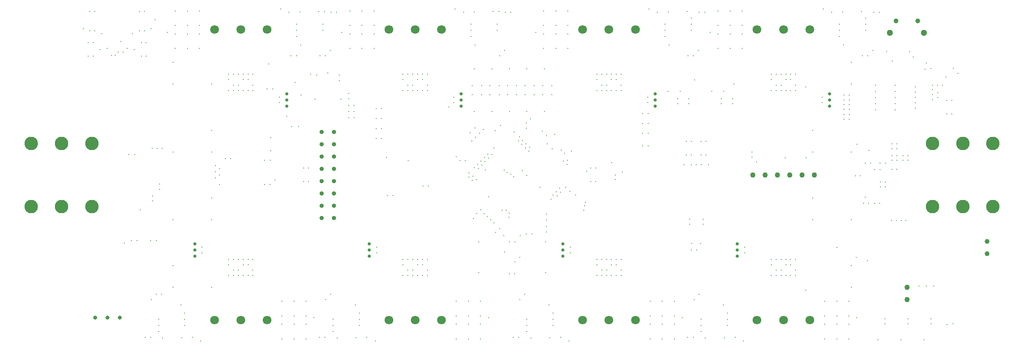
<source format=gbr>
%TF.GenerationSoftware,Altium Limited,Altium Designer,25.8.1 (18)*%
G04 Layer_Color=0*
%FSLAX45Y45*%
%MOMM*%
%TF.SameCoordinates,304ADD41-B96C-4BE1-A440-764D1465AFBB*%
%TF.FilePolarity,Positive*%
%TF.FileFunction,Plated,1,6,PTH,Drill*%
%TF.Part,Single*%
G01*
G75*
%TA.AperFunction,ComponentDrill*%
%ADD180C,0.65000*%
%ADD181C,0.80000*%
%ADD182C,1.10000*%
%ADD183C,1.10000*%
%ADD184C,1.00000*%
%ADD185C,1.30000*%
%ADD186C,0.99000*%
%ADD187C,0.90000*%
%ADD188C,2.80000*%
%ADD189C,1.80000*%
%TA.AperFunction,ViaDrill,NotFilled*%
%ADD190C,0.30000*%
D180*
X-6550000Y-1423000D02*
D03*
X-2950000D02*
D03*
X-4650000Y1423000D02*
D03*
X-1050000D02*
D03*
X4650000Y-1423000D02*
D03*
X2950000Y1423000D02*
D03*
X6550000D02*
D03*
X1050000Y-1423000D02*
D03*
X-6550000Y-1677000D02*
D03*
X-2950000D02*
D03*
X-4650000Y1676999D02*
D03*
X-1050000D02*
D03*
X4650000Y-1677000D02*
D03*
X2950000Y1676999D02*
D03*
X6550000D02*
D03*
X1050000Y-1677000D02*
D03*
Y-1550000D02*
D03*
X2950000Y1550000D02*
D03*
X6550000D02*
D03*
X-4650000D02*
D03*
X-1050000D02*
D03*
X-6550000Y-1550000D02*
D03*
X-2950000D02*
D03*
X4650000D02*
D03*
D181*
X-8096000Y-2950000D02*
D03*
X-8604000D02*
D03*
X-8350000D02*
D03*
D182*
X4965000Y0D02*
D03*
X6235000D02*
D03*
X5981000D02*
D03*
X5727000D02*
D03*
X5473000D02*
D03*
X5219000D02*
D03*
D183*
X8150000Y-2323000D02*
D03*
X8150000Y-2577000D02*
D03*
D184*
X9800000Y-1625000D02*
D03*
Y-1375000D02*
D03*
D185*
X7799500Y2933999D02*
D03*
X8500500D02*
D03*
D186*
X8375000Y3182999D02*
D03*
X7925000D02*
D03*
D187*
X-3927000Y127000D02*
D03*
Y889000D02*
D03*
Y-381000D02*
D03*
X-3927000Y-635000D02*
D03*
Y635000D02*
D03*
X-3927000Y-889000D02*
D03*
Y381000D02*
D03*
Y-127000D02*
D03*
X-3673000Y127000D02*
D03*
Y-889000D02*
D03*
X-3673000Y-635000D02*
D03*
X-3673000Y-381000D02*
D03*
Y-127000D02*
D03*
Y381000D02*
D03*
X-3673000Y635000D02*
D03*
X-3673000Y889000D02*
D03*
D188*
X-9925000Y-650000D02*
D03*
X-9300000D02*
D03*
X-8675000D02*
D03*
Y650000D02*
D03*
X-9300000D02*
D03*
X-9925000D02*
D03*
X8675000Y-650000D02*
D03*
X9300000D02*
D03*
X9925000D02*
D03*
Y650000D02*
D03*
X9300000D02*
D03*
X8675000D02*
D03*
D189*
X6144000Y-3000000D02*
D03*
X5600000D02*
D03*
X5056000D02*
D03*
Y3000000D02*
D03*
X5600000D02*
D03*
X6144000D02*
D03*
X2544000Y-3000000D02*
D03*
X2000000D02*
D03*
X1456000D02*
D03*
Y3000000D02*
D03*
X2000000D02*
D03*
X2544000D02*
D03*
X-1456000Y-3000000D02*
D03*
X-2000000D02*
D03*
X-2544000D02*
D03*
Y3000000D02*
D03*
X-2000000D02*
D03*
X-1456000D02*
D03*
X-5056000Y-3000000D02*
D03*
X-5600000D02*
D03*
X-6144000D02*
D03*
Y3000000D02*
D03*
X-5600000D02*
D03*
X-5056000D02*
D03*
D190*
X-6120000Y195000D02*
D03*
X-735355Y-98961D02*
D03*
X-550000Y100000D02*
D03*
X205027Y629290D02*
D03*
X800000Y-500000D02*
D03*
X-800000Y-900000D02*
D03*
X-845000Y2859500D02*
D03*
X6755000D02*
D03*
X4550002Y1470000D02*
D03*
Y1570000D02*
D03*
X3155000Y2859500D02*
D03*
X4445000Y-2859500D02*
D03*
X845000D02*
D03*
X-4447500Y2465000D02*
D03*
X-4445000Y2859500D02*
D03*
X-7792500Y425000D02*
D03*
X-3155000Y-2859500D02*
D03*
X-6755000D02*
D03*
X-7342500Y-1352500D02*
D03*
X-7742500D02*
D03*
X-3872501Y3375000D02*
D03*
X-4350000Y1645000D02*
D03*
X-4480000Y1909500D02*
D03*
X-4937500Y1775000D02*
D03*
X-5052499D02*
D03*
X-4562500Y2465000D02*
D03*
X-5020000Y2290500D02*
D03*
X-4750002Y-2612500D02*
D03*
X-7370000Y3210000D02*
D03*
X-4500000Y-2612499D02*
D03*
X210000Y90000D02*
D03*
X300000Y-10000D02*
D03*
X-8184984Y2469733D02*
D03*
X-8265017D02*
D03*
X6060000Y1820000D02*
D03*
X7100000Y-1700000D02*
D03*
X7327836Y-1771022D02*
D03*
X7118619Y630719D02*
D03*
X7363577Y502252D02*
D03*
X-7650000Y2735000D02*
D03*
X-8650000D02*
D03*
X-8750000D02*
D03*
X-7550000D02*
D03*
X-8850000Y3020000D02*
D03*
X-7450000D02*
D03*
X-4087501Y-2944999D02*
D03*
X-487501D02*
D03*
X3512498D02*
D03*
X7112499Y-2944998D02*
D03*
X4087499Y2944998D02*
D03*
X487499D02*
D03*
X-7112501D02*
D03*
X-3512501Y2944999D02*
D03*
X-8000001Y-1410000D02*
D03*
X-25797Y13005D02*
D03*
X29482Y-39022D02*
D03*
X-103708Y50941D02*
D03*
X-160061Y102322D02*
D03*
X55000Y-1380000D02*
D03*
X-55000D02*
D03*
X-6400000Y-1492500D02*
D03*
X-2800000D02*
D03*
X-1842500Y-227500D02*
D03*
X-1073034Y295218D02*
D03*
X-259863Y-1108389D02*
D03*
X-157500Y-1590000D02*
D03*
X-648771Y-719481D02*
D03*
X-5922500Y335000D02*
D03*
X-4800000Y1492500D02*
D03*
X-3265000Y1182500D02*
D03*
X-1200000Y1492500D02*
D03*
X-4160000Y2081499D02*
D03*
X-3375000Y1684500D02*
D03*
X-819000Y1660000D02*
D03*
X-95000D02*
D03*
X-457000D02*
D03*
X-629001Y1840000D02*
D03*
X-267000D02*
D03*
X95000D02*
D03*
X1200000Y-1492500D02*
D03*
X707500Y-932500D02*
D03*
X1108389Y-259863D02*
D03*
X1725000Y-140000D02*
D03*
X1625000D02*
D03*
X7550000Y-3405000D02*
D03*
X8025000Y-3405001D02*
D03*
X8500000Y-3405000D02*
D03*
X4800000Y-1492500D02*
D03*
X1083641Y443710D02*
D03*
X295218Y1073034D02*
D03*
X2800000Y1492500D02*
D03*
X267000Y1660000D02*
D03*
X457000Y1840000D02*
D03*
X629000Y1660000D02*
D03*
X819000Y1840000D02*
D03*
X5045000Y270000D02*
D03*
X7394999Y240000D02*
D03*
X6400000Y1492500D02*
D03*
X6845000Y1350000D02*
D03*
X7730000Y2555000D02*
D03*
X707500Y-807500D02*
D03*
X707500Y-1057500D02*
D03*
X-863378Y869034D02*
D03*
X707500Y-1182500D02*
D03*
X2807500Y602500D02*
D03*
X2692500D02*
D03*
X-713067Y218094D02*
D03*
X-779000Y2192500D02*
D03*
X-55000D02*
D03*
X1540000Y70000D02*
D03*
X6997500Y2325000D02*
D03*
X8550000Y2310000D02*
D03*
X6202500Y925000D02*
D03*
Y-475000D02*
D03*
X6997500Y-1875000D02*
D03*
X1510000Y-560000D02*
D03*
X1480000Y-730000D02*
D03*
X1500000Y-640000D02*
D03*
X926343Y-431369D02*
D03*
X842565Y-418302D02*
D03*
X2275000Y57500D02*
D03*
X1310000Y-420000D02*
D03*
X147383Y783778D02*
D03*
X2692500Y857500D02*
D03*
Y1062500D02*
D03*
X2692500Y1267501D02*
D03*
X2807500Y857500D02*
D03*
Y1062500D02*
D03*
X2807500Y1267501D02*
D03*
X-558579Y275737D02*
D03*
X-642357Y288804D02*
D03*
X-629290Y205027D02*
D03*
X-700000Y134316D02*
D03*
X-783778Y147383D02*
D03*
X1130710Y219289D02*
D03*
X1143777Y303067D02*
D03*
X-2807500Y1367501D02*
D03*
X-2807500Y1162500D02*
D03*
Y957500D02*
D03*
X-2807500Y752500D02*
D03*
X-201424Y-733156D02*
D03*
X-7575000Y-3355000D02*
D03*
X-7212499Y-3375000D02*
D03*
X-7462500Y-3357500D02*
D03*
X-7445000Y-2575000D02*
D03*
X-7342499Y-2462500D02*
D03*
X-6837500Y-2685000D02*
D03*
X-6997500Y-2325000D02*
D03*
X-6425000Y-3430000D02*
D03*
X-6595000Y-3357500D02*
D03*
X-3975000Y-3355000D02*
D03*
X-3612500Y-3375000D02*
D03*
X-3862500Y-3357500D02*
D03*
X-3845000Y-2575000D02*
D03*
X-6202500Y-2325000D02*
D03*
X-3237500Y-2685000D02*
D03*
X-3742500Y-2462500D02*
D03*
X-7417999Y-532500D02*
D03*
X-7415500Y-430000D02*
D03*
X-6997500Y-925000D02*
D03*
X-7275000Y-187500D02*
D03*
X-7907499Y425000D02*
D03*
X-7427500Y550000D02*
D03*
X-7325000Y552500D02*
D03*
X-6997500Y475000D02*
D03*
X-7222499Y550000D02*
D03*
X-6400000Y-1607500D02*
D03*
X-6202500Y-925000D02*
D03*
X-6040000Y-195000D02*
D03*
X-4995000Y-200000D02*
D03*
X-5807500Y335000D02*
D03*
X-4992500Y300000D02*
D03*
X-6202500Y475000D02*
D03*
X-4300000Y140000D02*
D03*
X-4200000D02*
D03*
X-2995000Y-3357500D02*
D03*
X-2825000Y-3430000D02*
D03*
X-690000Y-2020000D02*
D03*
X-2800000Y-1607500D02*
D03*
X-690000Y-1380000D02*
D03*
X-341180Y-1189707D02*
D03*
X25000Y-3355000D02*
D03*
X137500Y-3357500D02*
D03*
X387501Y-3375000D02*
D03*
X155000Y-2575000D02*
D03*
X-170000Y-1255000D02*
D03*
X257501Y-2462500D02*
D03*
X170000Y-1255000D02*
D03*
X-2572500Y-425000D02*
D03*
X-1727500Y-227500D02*
D03*
X-2590000Y365000D02*
D03*
X-1154351Y376535D02*
D03*
X-730088Y-800798D02*
D03*
X-61405Y-873174D02*
D03*
X-484266Y-450313D02*
D03*
X-965300Y292148D02*
D03*
X-829083Y701803D02*
D03*
X-378200Y556379D02*
D03*
X-8750000Y2455000D02*
D03*
X-8650000D02*
D03*
X-7650000D02*
D03*
X-7550000D02*
D03*
X-8130000Y2540000D02*
D03*
X-8030000D02*
D03*
X-8360000Y2610000D02*
D03*
X-7940000D02*
D03*
X-4550000Y995000D02*
D03*
X-4405000Y1000000D02*
D03*
X-4070000Y1563500D02*
D03*
X-6202500Y1875000D02*
D03*
X-4800000Y1607500D02*
D03*
X-6997500Y1875000D02*
D03*
X-4030000Y2060000D02*
D03*
X-8080000Y2760000D02*
D03*
X-8711000Y3373400D02*
D03*
Y2980400D02*
D03*
X-8611000Y3373400D02*
D03*
X-8470000Y2922900D02*
D03*
X-8611000Y2980400D02*
D03*
X-7830000Y2922900D02*
D03*
X-7589000Y2980400D02*
D03*
X-4362500Y2685000D02*
D03*
X-7689000Y2980400D02*
D03*
X-7589000Y3373400D02*
D03*
X-7689000D02*
D03*
X-4775000Y3430000D02*
D03*
X-4605000Y3357500D02*
D03*
X-3987500Y3375000D02*
D03*
X-3265000Y1309500D02*
D03*
X-3265000Y1436500D02*
D03*
X-751301Y779585D02*
D03*
X-3530000Y1563500D02*
D03*
X-3375000Y1569500D02*
D03*
X-1200000Y1607500D02*
D03*
X-673519Y857367D02*
D03*
X-595738Y935149D02*
D03*
X624022Y906864D02*
D03*
X292148Y965300D02*
D03*
X-267000Y1660000D02*
D03*
X95000D02*
D03*
X-629000D02*
D03*
X376535Y1154351D02*
D03*
X457000Y1660000D02*
D03*
X-3857501Y2462500D02*
D03*
X-3800000Y2107500D02*
D03*
X-819000Y1840000D02*
D03*
X-3570000Y2060000D02*
D03*
X-3755000Y2575000D02*
D03*
X-3625000Y3355000D02*
D03*
X-3737500Y3357500D02*
D03*
X-1005000Y3357500D02*
D03*
X-1175000Y3430000D02*
D03*
X-457000Y1840000D02*
D03*
X-257501Y2462500D02*
D03*
X-95000Y1840000D02*
D03*
X267000D02*
D03*
X-762500Y2685000D02*
D03*
X-387500Y3375000D02*
D03*
X-155000Y2575000D02*
D03*
X-25000Y3355000D02*
D03*
X-137500Y3357500D02*
D03*
X1175000Y-3430000D02*
D03*
X1005000Y-3357500D02*
D03*
X2850000Y-3387499D02*
D03*
X3737500Y-3357500D02*
D03*
X762500Y-2685000D02*
D03*
X690000Y-2020000D02*
D03*
X2849998Y-2612500D02*
D03*
X3755000Y-2575000D02*
D03*
X1200000Y-1607500D02*
D03*
X3987500Y-3375000D02*
D03*
X4362500Y-2685000D02*
D03*
X4775000Y-3430000D02*
D03*
X4605000Y-3357500D02*
D03*
X3857501Y-2462500D02*
D03*
X6060000Y-2380000D02*
D03*
X4800000Y-1607500D02*
D03*
X690000Y-1380000D02*
D03*
X297501Y-1225000D02*
D03*
X1189707Y-341180D02*
D03*
X1625000Y140000D02*
D03*
X1725000D02*
D03*
X2057500Y250000D02*
D03*
X3695000Y-1550000D02*
D03*
X3705000Y-1420001D02*
D03*
X3660000Y-1015000D02*
D03*
Y-915000D02*
D03*
X3895000Y-1420001D02*
D03*
X2130000Y0D02*
D03*
X3800000Y207000D02*
D03*
X3700000D02*
D03*
X3900000D02*
D03*
X5637000Y355000D02*
D03*
X7695000Y-3075000D02*
D03*
X8170000D02*
D03*
X6705000Y-1500000D02*
D03*
X6202500Y-925000D02*
D03*
X6997500Y-2325000D02*
D03*
Y-925000D02*
D03*
X7255000Y-590000D02*
D03*
X8645000Y-3075000D02*
D03*
X8550000Y-2295000D02*
D03*
X8700000D02*
D03*
X7285000Y-462500D02*
D03*
X7355000Y-590000D02*
D03*
X7485000Y-590000D02*
D03*
X7585000D02*
D03*
X7185000Y-20000D02*
D03*
X7592500Y240000D02*
D03*
X7600000Y-250000D02*
D03*
X7700000Y-150000D02*
D03*
Y-250000D02*
D03*
X7600000Y-150000D02*
D03*
X7592500Y110000D02*
D03*
X7940000Y300000D02*
D03*
X7840000D02*
D03*
X8070000D02*
D03*
X8170000D02*
D03*
X728320Y639931D02*
D03*
X825547Y542704D02*
D03*
X1012931Y517956D02*
D03*
X1228599Y493208D02*
D03*
X707107Y809637D02*
D03*
X882117Y839689D02*
D03*
X819000Y1660000D02*
D03*
X2800000Y1607500D02*
D03*
X6070999Y355000D02*
D03*
X6997500Y475000D02*
D03*
X6202500D02*
D03*
X3600000Y690000D02*
D03*
X3700000D02*
D03*
X3900000Y690000D02*
D03*
X4000000D02*
D03*
X4117436Y1724979D02*
D03*
X6400000Y1607500D02*
D03*
X3217436Y1724979D02*
D03*
X3467436Y1724980D02*
D03*
X629000Y1840000D02*
D03*
X3742500Y2462500D02*
D03*
X2995000Y3357500D02*
D03*
X3237500Y2685000D02*
D03*
X2825000Y3430000D02*
D03*
X3612500Y3375000D02*
D03*
X4367437Y1724979D02*
D03*
X3845000Y2575000D02*
D03*
X4579937Y1874979D02*
D03*
X6997500Y1875000D02*
D03*
X3862500Y3357500D02*
D03*
X3975000Y3355000D02*
D03*
X6425000Y3430000D02*
D03*
X6837500Y2685000D02*
D03*
X6595000Y3357500D02*
D03*
X7840000Y400000D02*
D03*
X7940000D02*
D03*
X7498000Y1346000D02*
D03*
X8070000Y400000D02*
D03*
X8170000D02*
D03*
X7498000Y1600000D02*
D03*
Y1727000D02*
D03*
X8325000Y1490000D02*
D03*
Y1380000D02*
D03*
X8677500Y1555000D02*
D03*
X9075000Y1540000D02*
D03*
X8975000D02*
D03*
X8325000Y1820000D02*
D03*
Y1710000D02*
D03*
Y1600000D02*
D03*
X8790000D02*
D03*
X8677500Y1755000D02*
D03*
Y1655000D02*
D03*
X8790000Y1700000D02*
D03*
X7498000Y1854000D02*
D03*
X7342499Y2462500D02*
D03*
X8280000Y2435000D02*
D03*
X7445000Y2575000D02*
D03*
X7212500Y3375000D02*
D03*
X7575000Y3355000D02*
D03*
X7462500Y3357500D02*
D03*
X8777500Y1855000D02*
D03*
X8877499D02*
D03*
X8677500D02*
D03*
X9200000Y2100000D02*
D03*
X8525000Y2180000D02*
D03*
X8645000Y2200000D02*
D03*
X9105000D02*
D03*
X3769937Y1964979D02*
D03*
X50000Y-2045000D02*
D03*
X-510885Y-860903D02*
D03*
X-6202500Y-475000D02*
D03*
X-6997500Y2325000D02*
D03*
X-578061Y-793728D02*
D03*
X-6202500Y925000D02*
D03*
X-6997500Y-1875000D02*
D03*
X-1305000Y1400000D02*
D03*
X-2692500Y752500D02*
D03*
X-2692500Y957500D02*
D03*
Y1162500D02*
D03*
X-2692500Y1367501D02*
D03*
X-571646Y359515D02*
D03*
X-487868Y346448D02*
D03*
X-500936Y430225D02*
D03*
X-417158Y417158D02*
D03*
X-376535Y-995253D02*
D03*
X-779000Y1307500D02*
D03*
X1060000Y290000D02*
D03*
X669000Y1307500D02*
D03*
X-55000Y1307500D02*
D03*
X577712Y-253449D02*
D03*
X983986Y-276881D02*
D03*
X913276Y-347591D02*
D03*
X997053Y-360658D02*
D03*
X-762968Y969443D02*
D03*
X-3375000Y1182500D02*
D03*
X-3374999Y1309500D02*
D03*
X-3374999Y1436500D02*
D03*
X-3570000Y1945000D02*
D03*
X-806066Y-28250D02*
D03*
X-889844Y41317D02*
D03*
Y-41317D02*
D03*
X-819133Y-112028D02*
D03*
X55000Y-1800000D02*
D03*
X155000Y-1700000D02*
D03*
X-50000Y-2045000D02*
D03*
X4320002Y1470000D02*
D03*
Y1570000D02*
D03*
X3650000D02*
D03*
Y1470000D02*
D03*
X3420000D02*
D03*
Y1570000D02*
D03*
X-4650000Y1205000D02*
D03*
X-4895000Y-100000D02*
D03*
X-4980000Y500000D02*
D03*
X7840000Y640000D02*
D03*
X7940000D02*
D03*
X7840000Y540000D02*
D03*
X7940000D02*
D03*
X-5107500Y300000D02*
D03*
X8200000Y2545000D02*
D03*
X8955000Y2017500D02*
D03*
X7232499Y2462500D02*
D03*
X3632499D02*
D03*
X-3967501D02*
D03*
X-7232499Y-2462500D02*
D03*
X5450000Y-1970000D02*
D03*
X5550000Y-1970000D02*
D03*
X5850000Y-1970000D02*
D03*
X5350000Y-1855000D02*
D03*
X5650000Y-1855000D02*
D03*
X5750000D02*
D03*
X5750000Y-1744999D02*
D03*
X5650000Y-2080000D02*
D03*
X5450000Y-1745000D02*
D03*
X5350000Y-1745000D02*
D03*
X5850000D02*
D03*
X5650000D02*
D03*
X5550000D02*
D03*
X5350000Y-2080000D02*
D03*
X5450000Y-2080000D02*
D03*
X5550000Y-2079999D02*
D03*
X5750000Y-2080000D02*
D03*
X5850000D02*
D03*
X1850000Y-1970000D02*
D03*
X1950000Y-1970000D02*
D03*
X2250000Y-1970000D02*
D03*
X1750000Y-1855000D02*
D03*
X2050000Y-1855000D02*
D03*
X2150000D02*
D03*
X2150000Y-1744999D02*
D03*
X2050000Y-2080000D02*
D03*
X1850000Y-1745000D02*
D03*
X1750000Y-1745000D02*
D03*
X2250000D02*
D03*
X2050000D02*
D03*
X1950000D02*
D03*
X1750000Y-2080000D02*
D03*
X1850000Y-2080000D02*
D03*
X1950000Y-2079999D02*
D03*
X2150000Y-2080000D02*
D03*
X2250000D02*
D03*
X-2150000Y-1970000D02*
D03*
X-2050000Y-1970000D02*
D03*
X-1750000Y-1970000D02*
D03*
X-2250000Y-1855000D02*
D03*
X-1950000Y-1855000D02*
D03*
X-1850000D02*
D03*
X-1850000Y-1744999D02*
D03*
X-1950000Y-2080000D02*
D03*
X-2150000Y-1745000D02*
D03*
X-2250000Y-1745000D02*
D03*
X-1750000D02*
D03*
X-1950000D02*
D03*
X-2050000D02*
D03*
X-2250000Y-2080000D02*
D03*
X-2150000Y-2080000D02*
D03*
X-2050000Y-2079999D02*
D03*
X-1850000Y-2080000D02*
D03*
X-1750000D02*
D03*
X-5750000Y-1970000D02*
D03*
X-5650000Y-1970000D02*
D03*
X-5350000Y-1970000D02*
D03*
X-5850000Y-1855000D02*
D03*
X-5550000Y-1855000D02*
D03*
X-5450000D02*
D03*
X-5450000Y-1744999D02*
D03*
X-5550000Y-2080000D02*
D03*
X-5850000Y-1745000D02*
D03*
X-5350000D02*
D03*
X-5550000D02*
D03*
X-5650000D02*
D03*
X-5850000Y-2080000D02*
D03*
X-5750000Y-2080000D02*
D03*
X-5650000Y-2079999D02*
D03*
X-5450000Y-2080000D02*
D03*
X-5350000D02*
D03*
X-5750000Y-1745000D02*
D03*
X7850000Y2350000D02*
D03*
X-6820000Y-3367500D02*
D03*
X-3220000D02*
D03*
X780000D02*
D03*
X4380000D02*
D03*
X6820000Y3367500D02*
D03*
X3220000D02*
D03*
X412500Y-1225000D02*
D03*
X-443710Y-928078D02*
D03*
X-4980000Y770000D02*
D03*
X-347591Y913275D02*
D03*
X41317Y889844D02*
D03*
X-417000Y2192500D02*
D03*
X307000Y2192500D02*
D03*
X307000Y1307500D02*
D03*
X-417000D02*
D03*
X669000Y2192500D02*
D03*
X-241525Y1019341D02*
D03*
X359515Y571646D02*
D03*
X346448Y487868D02*
D03*
X275737Y558579D02*
D03*
X288804Y642357D02*
D03*
X218094Y713067D02*
D03*
X134316Y700000D02*
D03*
X7707499Y240000D02*
D03*
X7478076Y110000D02*
D03*
X8975000Y-3095000D02*
D03*
X9100000Y-3075000D02*
D03*
X7284999Y240000D02*
D03*
X8400000Y-2295000D02*
D03*
X7695000Y-2975000D02*
D03*
X8170000D02*
D03*
X8645000D02*
D03*
X4955000Y370000D02*
D03*
Y470000D02*
D03*
X4000000Y410000D02*
D03*
X3900000D02*
D03*
X3700000D02*
D03*
X3600000D02*
D03*
X4054000Y207000D02*
D03*
X3546000D02*
D03*
X3805000Y-1550000D02*
D03*
X3940000Y-915000D02*
D03*
Y-1015000D02*
D03*
X-7672000Y-722499D02*
D03*
X-7275000Y-302499D02*
D03*
X-7857500Y-1352500D02*
D03*
X-7457500D02*
D03*
X-5105000Y-200000D02*
D03*
X-2147500Y292500D02*
D03*
X7830200Y-940000D02*
D03*
X8130200D02*
D03*
X8030200D02*
D03*
X7930200D02*
D03*
X-8500000Y2586000D02*
D03*
X-7800000D02*
D03*
X7940000Y120000D02*
D03*
X7840000D02*
D03*
X-780000Y3367500D02*
D03*
X-4380000D02*
D03*
X-2457500Y-425000D02*
D03*
X-119318Y-730682D02*
D03*
X-58931Y-791069D02*
D03*
X-6040000Y0D02*
D03*
X-6120000Y-65000D02*
D03*
Y65000D02*
D03*
X-6040000Y130000D02*
D03*
X-4249999Y-2612499D02*
D03*
X-4750000Y-3387499D02*
D03*
X-4500000Y-3387498D02*
D03*
X-4250000D02*
D03*
X-649999Y-2612499D02*
D03*
X-900000D02*
D03*
X-1150002Y-2612500D02*
D03*
X-1149999Y-3387499D02*
D03*
X-899999Y-3387498D02*
D03*
X-650000D02*
D03*
X3350001Y-2612499D02*
D03*
X3100000D02*
D03*
X3100000Y-3387498D02*
D03*
X3350000D02*
D03*
X6950001Y-2612499D02*
D03*
X6700000D02*
D03*
X6449998Y-2612500D02*
D03*
X6450000Y-3387499D02*
D03*
X6700000Y-3387498D02*
D03*
X6950000D02*
D03*
X4249999Y2612499D02*
D03*
X4500000Y2612499D02*
D03*
X4750002Y2612500D02*
D03*
X4749999Y3387499D02*
D03*
X4499999Y3387498D02*
D03*
X4250000D02*
D03*
X649999Y2612499D02*
D03*
X900000Y2612499D02*
D03*
X1150002Y2612500D02*
D03*
X1150000Y3387499D02*
D03*
X900000Y3387498D02*
D03*
X650000D02*
D03*
X-3350001Y2612499D02*
D03*
X-3100000Y2612499D02*
D03*
X-2849998Y2612500D02*
D03*
X-2850001Y3387499D02*
D03*
X-3100001Y3387498D02*
D03*
X-3350000D02*
D03*
X-4250001Y-3087500D02*
D03*
X-4750000Y-3087499D02*
D03*
X-4500001Y-3087500D02*
D03*
X-4500000Y-2912499D02*
D03*
X-4750001Y-2912500D02*
D03*
X-4250000Y-2912499D02*
D03*
X-650001Y-3087500D02*
D03*
X-1150000Y-3087499D02*
D03*
X-900001Y-3087500D02*
D03*
X-900000Y-2912499D02*
D03*
X-1150001Y-2912500D02*
D03*
X-650000Y-2912499D02*
D03*
X3349999Y-3087500D02*
D03*
X2850000Y-3087499D02*
D03*
X3099999Y-3087500D02*
D03*
X3100000Y-2912499D02*
D03*
X2849999Y-2912500D02*
D03*
X3350000Y-2912499D02*
D03*
X6949999Y-3087500D02*
D03*
X6450000Y-3087499D02*
D03*
X6699999Y-3087500D02*
D03*
X6700000Y-2912499D02*
D03*
X6449999Y-2912500D02*
D03*
X6950000Y-2912499D02*
D03*
X4250001Y3087500D02*
D03*
X4750000Y3087499D02*
D03*
X4500001Y3087500D02*
D03*
X4500000Y2912499D02*
D03*
X4750001Y2912500D02*
D03*
X4250000Y2912499D02*
D03*
X650001Y3087500D02*
D03*
X1150000Y3087499D02*
D03*
X900001Y3087500D02*
D03*
X900000Y2912499D02*
D03*
X1150001Y2912500D02*
D03*
X650000Y2912499D02*
D03*
X-3349999Y3087500D02*
D03*
X-2850000Y3087499D02*
D03*
X-3099999Y3087500D02*
D03*
X-3100000Y2912499D02*
D03*
X-2849999Y2912500D02*
D03*
X-3350000Y2912499D02*
D03*
X-6755000Y-2986500D02*
D03*
X-7295000D02*
D03*
Y-3113500D02*
D03*
X-6755000D02*
D03*
X-7295000Y-3240500D02*
D03*
X-3155000Y-2986500D02*
D03*
X-3695000D02*
D03*
Y-3113500D02*
D03*
X-3155000D02*
D03*
X-3695000Y-3240500D02*
D03*
X845000Y-2986500D02*
D03*
X305000D02*
D03*
Y-3113500D02*
D03*
X845000D02*
D03*
X305000Y-3240500D02*
D03*
X4445000Y-2986500D02*
D03*
X3905000D02*
D03*
Y-3113500D02*
D03*
X4445000D02*
D03*
X3905000Y-3240500D02*
D03*
X3625000Y-3355000D02*
D03*
X5350000Y2080000D02*
D03*
X5450000D02*
D03*
X5650000Y2079999D02*
D03*
X5750000Y2080000D02*
D03*
X5850000Y2080000D02*
D03*
X5650000Y1745000D02*
D03*
X5550000D02*
D03*
X5350000D02*
D03*
X5850000D02*
D03*
X5750000Y1745000D02*
D03*
X5550000Y2080000D02*
D03*
X5450000Y1745000D02*
D03*
X6755000Y2986500D02*
D03*
X5450000Y1855000D02*
D03*
X5550000D02*
D03*
X5850000Y1855000D02*
D03*
X7295000Y2986500D02*
D03*
X5350000Y1970000D02*
D03*
X5650000Y1970000D02*
D03*
X5750000Y1970000D02*
D03*
X7295000Y3113500D02*
D03*
X6755000D02*
D03*
X7295000Y3240500D02*
D03*
X1750000Y2080000D02*
D03*
X1850000D02*
D03*
X2050000Y2079999D02*
D03*
X2150000Y2080000D02*
D03*
X2250000Y2080000D02*
D03*
X2050000Y1745000D02*
D03*
X1950000D02*
D03*
X1750000D02*
D03*
X2250000D02*
D03*
X2150000Y1745000D02*
D03*
X1950000Y2080000D02*
D03*
X1850000Y1745000D02*
D03*
X3155000Y2986500D02*
D03*
X1850000Y1855000D02*
D03*
X1950000D02*
D03*
X2250000Y1855000D02*
D03*
X3695000Y2986500D02*
D03*
X1750000Y1970000D02*
D03*
X2050000Y1970000D02*
D03*
X2150000Y1970000D02*
D03*
X3695000Y3113500D02*
D03*
X3155000D02*
D03*
X3695000Y3240500D02*
D03*
X-2250000Y2080000D02*
D03*
X-2150000D02*
D03*
X-1950000Y2079999D02*
D03*
X-1850000Y2080000D02*
D03*
X-1750000Y2080000D02*
D03*
X-1950000Y1745000D02*
D03*
X-2050000D02*
D03*
X-2250000D02*
D03*
X-1750000D02*
D03*
X-1850000Y1745000D02*
D03*
X-2050000Y2080000D02*
D03*
X-2150000Y1745000D02*
D03*
X-845000Y2986500D02*
D03*
X-2150000Y1855000D02*
D03*
X-2050000D02*
D03*
X-1750000Y1855000D02*
D03*
X-305000Y2986500D02*
D03*
X-2250000Y1970000D02*
D03*
X-1950000Y1970000D02*
D03*
X-1850000Y1970000D02*
D03*
X-305000Y3113500D02*
D03*
X-845000D02*
D03*
X-272501Y3375000D02*
D03*
X7085000Y-20000D02*
D03*
X6845000Y1150000D02*
D03*
Y1250000D02*
D03*
Y1450000D02*
D03*
Y1550000D02*
D03*
Y1650000D02*
D03*
X6955000Y1350000D02*
D03*
X6955000Y1650000D02*
D03*
Y1550000D02*
D03*
Y1450000D02*
D03*
Y1250000D02*
D03*
Y1150000D02*
D03*
X7498000Y1473000D02*
D03*
X7902000Y1346000D02*
D03*
Y1473000D02*
D03*
Y1600000D02*
D03*
Y1727000D02*
D03*
Y1854000D02*
D03*
X-4200000Y-140000D02*
D03*
X-4300000D02*
D03*
X-6950000Y3387498D02*
D03*
X-6700000D02*
D03*
X-6450000Y3387499D02*
D03*
X-6449998Y2612500D02*
D03*
X-6700000Y2612499D02*
D03*
X-6950001Y2612499D02*
D03*
X8975000Y1260000D02*
D03*
X9075000D02*
D03*
X2130000Y-95000D02*
D03*
X-4445000Y3113500D02*
D03*
X-3905000D02*
D03*
X-5450000Y1970000D02*
D03*
X-5550000Y1970000D02*
D03*
X-5850000Y1970000D02*
D03*
X-3905000Y2986500D02*
D03*
X-5350000Y1855000D02*
D03*
X-5650000Y1855000D02*
D03*
X-5750000D02*
D03*
X-4445000Y2986500D02*
D03*
X-5750000Y1745000D02*
D03*
X-5650000Y2080000D02*
D03*
X-5450000Y1745000D02*
D03*
X-5350000Y1745000D02*
D03*
X-5850000D02*
D03*
X-5650000D02*
D03*
X-5550000D02*
D03*
X-5350000Y2080000D02*
D03*
X-5450000Y2080000D02*
D03*
X-5550000Y2079999D02*
D03*
X-5750000Y2080000D02*
D03*
X-5850000D02*
D03*
X-6950000Y2912499D02*
D03*
X-6449999Y2912500D02*
D03*
X-6700000Y2912499D02*
D03*
X-6699999Y3087500D02*
D03*
X-6450000Y3087499D02*
D03*
X-6949999Y3087500D02*
D03*
%TF.MD5,2d77637e85d1f849e153f76fe6b0ed9d*%
M02*

</source>
